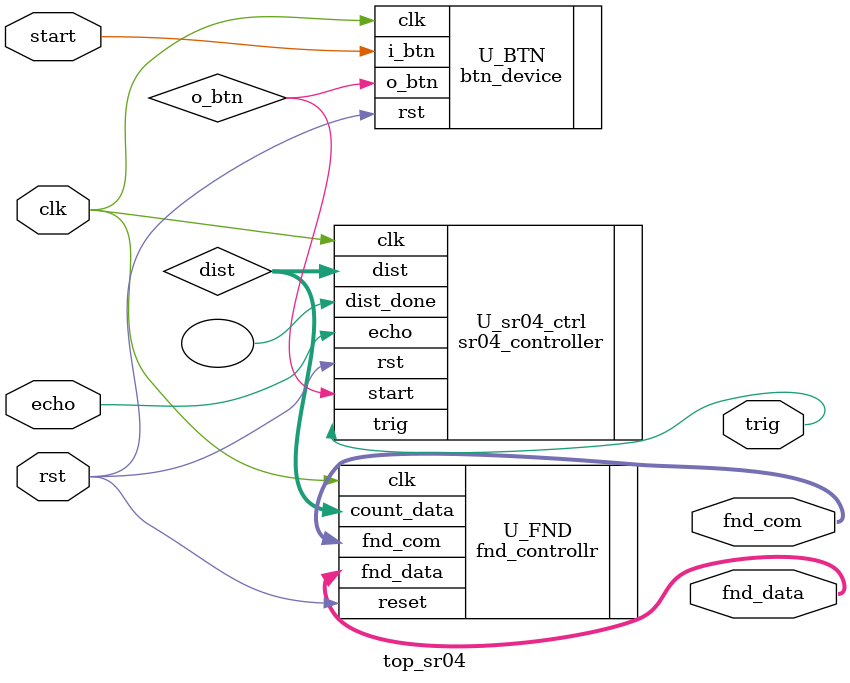
<source format=v>
`timescale 1ns / 1ps

module top_sr04(
    input clk,
    input rst,
    input start,
    input echo,
    output trig,
    output [7:0] fnd_data,
    output [3:0] fnd_com
);
    wire [13:0] dist;
    wire o_btn;

    btn_device U_BTN (
        .clk(clk),
        .rst(rst),
        .i_btn(start),
        .o_btn(o_btn)
    );
    sr04_controller U_sr04_ctrl(
        .clk(clk),
        .rst(rst),
        .start(o_btn),
        .echo(echo),
        .trig(trig),
        .dist(dist),
        .dist_done()
    );

    fnd_controllr U_FND(
        .clk(clk),
        .reset(rst),
        .count_data(dist),
        .fnd_data(fnd_data),
        .fnd_com(fnd_com)
    );
endmodule

</source>
